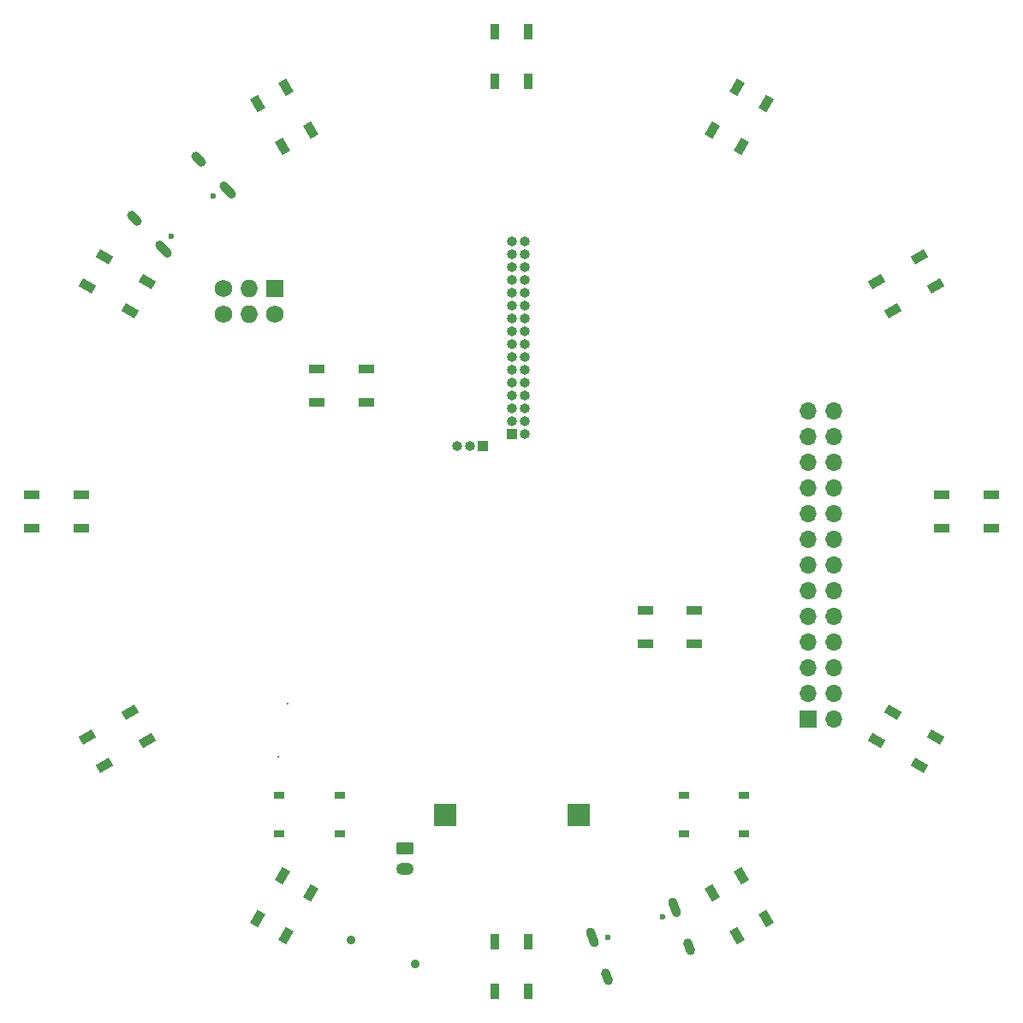
<source format=gbr>
%TF.GenerationSoftware,KiCad,Pcbnew,7.0.3*%
%TF.CreationDate,2023-07-10T12:40:13+02:00*%
%TF.ProjectId,Badge,42616467-652e-46b6-9963-61645f706362,rev?*%
%TF.SameCoordinates,Original*%
%TF.FileFunction,Soldermask,Bot*%
%TF.FilePolarity,Negative*%
%FSLAX46Y46*%
G04 Gerber Fmt 4.6, Leading zero omitted, Abs format (unit mm)*
G04 Created by KiCad (PCBNEW 7.0.3) date 2023-07-10 12:40:13*
%MOMM*%
%LPD*%
G01*
G04 APERTURE LIST*
G04 Aperture macros list*
%AMRoundRect*
0 Rectangle with rounded corners*
0 $1 Rounding radius*
0 $2 $3 $4 $5 $6 $7 $8 $9 X,Y pos of 4 corners*
0 Add a 4 corners polygon primitive as box body*
4,1,4,$2,$3,$4,$5,$6,$7,$8,$9,$2,$3,0*
0 Add four circle primitives for the rounded corners*
1,1,$1+$1,$2,$3*
1,1,$1+$1,$4,$5*
1,1,$1+$1,$6,$7*
1,1,$1+$1,$8,$9*
0 Add four rect primitives between the rounded corners*
20,1,$1+$1,$2,$3,$4,$5,0*
20,1,$1+$1,$4,$5,$6,$7,0*
20,1,$1+$1,$6,$7,$8,$9,0*
20,1,$1+$1,$8,$9,$2,$3,0*%
%AMHorizOval*
0 Thick line with rounded ends*
0 $1 width*
0 $2 $3 position (X,Y) of the first rounded end (center of the circle)*
0 $4 $5 position (X,Y) of the second rounded end (center of the circle)*
0 Add line between two ends*
20,1,$1,$2,$3,$4,$5,0*
0 Add two circle primitives to create the rounded ends*
1,1,$1,$2,$3*
1,1,$1,$4,$5*%
%AMRotRect*
0 Rectangle, with rotation*
0 The origin of the aperture is its center*
0 $1 length*
0 $2 width*
0 $3 Rotation angle, in degrees counterclockwise*
0 Add horizontal line*
21,1,$1,$2,0,0,$3*%
G04 Aperture macros list end*
%ADD10C,0.600000*%
%ADD11HorizOval,0.900000X0.375099X-0.402245X-0.375099X0.402245X0*%
%ADD12HorizOval,0.900000X0.272799X-0.292541X-0.272799X0.292541X0*%
%ADD13O,1.750000X1.200000*%
%ADD14RoundRect,0.250000X-0.625000X0.350000X-0.625000X-0.350000X0.625000X-0.350000X0.625000X0.350000X0*%
%ADD15R,1.000000X1.000000*%
%ADD16O,1.000000X1.000000*%
%ADD17C,0.900000*%
%ADD18C,0.310000*%
%ADD19HorizOval,0.900000X-0.188111X0.516831X0.188111X-0.516831X0*%
%ADD20HorizOval,0.900000X-0.136808X0.375877X0.136808X-0.375877X0*%
%ADD21R,1.700000X1.700000*%
%ADD22O,1.700000X1.700000*%
%ADD23RotRect,1.500000X0.900000X30.000000*%
%ADD24RotRect,1.500000X0.900000X300.000000*%
%ADD25RotRect,1.500000X0.900000X240.000000*%
%ADD26RotRect,1.500000X0.900000X330.000000*%
%ADD27RotRect,1.500000X0.900000X120.000000*%
%ADD28R,2.200000X2.200000*%
%ADD29R,0.900000X1.500000*%
%ADD30R,1.500000X0.900000*%
%ADD31RotRect,1.500000X0.900000X150.000000*%
%ADD32R,1.000000X0.750000*%
%ADD33RotRect,1.500000X0.900000X210.000000*%
%ADD34R,1.727200X1.727200*%
%ADD35C,1.727200*%
%ADD36O,1.727200X1.727200*%
%ADD37RotRect,1.500000X0.900000X60.000000*%
G04 APERTURE END LIST*
D10*
%TO.C,P2*%
X70512510Y-68819488D03*
X66285285Y-72761438D03*
D11*
X71885705Y-68195280D03*
D12*
X69041772Y-65145535D03*
D11*
X65566809Y-74087746D03*
D12*
X62722876Y-71038001D03*
%TD*%
D13*
%TO.C,BT1*%
X89450000Y-135380000D03*
D14*
X89450000Y-133380000D03*
%TD*%
D15*
%TO.C,J5*%
X100000000Y-92400000D03*
D16*
X101270000Y-92400000D03*
X100000000Y-91130000D03*
X101270000Y-91130000D03*
X100000000Y-89860000D03*
X101270000Y-89860000D03*
X100000000Y-88590000D03*
X101270000Y-88590000D03*
X100000000Y-87320000D03*
X101270000Y-87320000D03*
X100000000Y-86050000D03*
X101270000Y-86050000D03*
X100000000Y-84780000D03*
X101270000Y-84780000D03*
X100000000Y-83510000D03*
X101270000Y-83510000D03*
X100000000Y-82240000D03*
X101270000Y-82240000D03*
X100000000Y-80970000D03*
X101270000Y-80970000D03*
X100000000Y-79700000D03*
X101270000Y-79700000D03*
X100000000Y-78430000D03*
X101270000Y-78430000D03*
X100000000Y-77160000D03*
X101270000Y-77160000D03*
X100000000Y-75890000D03*
X101270000Y-75890000D03*
X100000000Y-74620000D03*
X101270000Y-74620000D03*
X100000000Y-73350000D03*
X101270000Y-73350000D03*
%TD*%
D17*
%TO.C,SW9*%
X84105045Y-142437132D03*
X90494955Y-144762868D03*
%TD*%
D18*
%TO.C,A1*%
X76933733Y-124266519D03*
X77828195Y-119056385D03*
%TD*%
D15*
%TO.C,J6*%
X97165000Y-93540000D03*
D16*
X95895000Y-93540000D03*
X94625000Y-93540000D03*
%TD*%
D10*
%TO.C,P1*%
X109489091Y-142103653D03*
X114920514Y-140126776D03*
D19*
X107981161Y-142141689D03*
D20*
X109407385Y-146060207D03*
D19*
X116100105Y-139186635D03*
D20*
X117526329Y-143105153D03*
%TD*%
D21*
%TO.C,J4*%
X129340000Y-120560000D03*
D22*
X131880000Y-120560000D03*
X129340000Y-118020000D03*
X131880000Y-118020000D03*
X129340000Y-115480000D03*
X131880000Y-115480000D03*
X129340000Y-112940000D03*
X131880000Y-112940000D03*
X129340000Y-110400000D03*
X131880000Y-110400000D03*
X129340000Y-107860000D03*
X131880000Y-107860000D03*
X129340000Y-105320000D03*
X131880000Y-105320000D03*
X129340000Y-102780000D03*
X131880000Y-102780000D03*
X129340000Y-100240000D03*
X131880000Y-100240000D03*
X129340000Y-97700000D03*
X131880000Y-97700000D03*
X129340000Y-95160000D03*
X131880000Y-95160000D03*
X129340000Y-92620000D03*
X131880000Y-92620000D03*
X129340000Y-90080000D03*
X131880000Y-90080000D03*
%TD*%
D23*
%TO.C,D5*%
X59703238Y-125153942D03*
X58053238Y-122296058D03*
X62296762Y-119846058D03*
X63946762Y-122703942D03*
%TD*%
D24*
%TO.C,D2*%
X74846058Y-59703238D03*
X77703942Y-58053238D03*
X80153942Y-62296762D03*
X77296058Y-63946762D03*
%TD*%
D25*
%TO.C,D12*%
X122296058Y-58053238D03*
X125153942Y-59703238D03*
X122703942Y-63946762D03*
X119846058Y-62296762D03*
%TD*%
D26*
%TO.C,D3*%
X58053238Y-77703942D03*
X59703238Y-74846058D03*
X63946762Y-77296058D03*
X62296762Y-80153942D03*
%TD*%
D27*
%TO.C,D8*%
X125153942Y-140296762D03*
X122296058Y-141946762D03*
X119846058Y-137703238D03*
X122703942Y-136053238D03*
%TD*%
D28*
%TO.C,BZ1*%
X106600000Y-130000000D03*
X93400000Y-130000000D03*
%TD*%
D29*
%TO.C,D1*%
X98350000Y-52550000D03*
X101650000Y-52550000D03*
X101650000Y-57450000D03*
X98350000Y-57450000D03*
%TD*%
D30*
%TO.C,D13*%
X118090000Y-109780000D03*
X118090000Y-113080000D03*
X113190000Y-113080000D03*
X113190000Y-109780000D03*
%TD*%
D31*
%TO.C,D9*%
X141946762Y-122296058D03*
X140296762Y-125153942D03*
X136053238Y-122703942D03*
X137703238Y-119846058D03*
%TD*%
D32*
%TO.C,SW6*%
X123000000Y-128125000D03*
X117000000Y-128125000D03*
X123000000Y-131875000D03*
X117000000Y-131875000D03*
%TD*%
D30*
%TO.C,D4*%
X52550000Y-101650000D03*
X52550000Y-98350000D03*
X57450000Y-98350000D03*
X57450000Y-101650000D03*
%TD*%
D32*
%TO.C,SW5*%
X83000000Y-128125000D03*
X77000000Y-128125000D03*
X83000000Y-131875000D03*
X77000000Y-131875000D03*
%TD*%
D29*
%TO.C,D7*%
X101650000Y-147450000D03*
X98350000Y-147450000D03*
X98350000Y-142550000D03*
X101650000Y-142550000D03*
%TD*%
D33*
%TO.C,D11*%
X140296762Y-74846058D03*
X141946762Y-77703942D03*
X137703238Y-80153942D03*
X136053238Y-77296058D03*
%TD*%
D34*
%TO.C,X1*%
X76530000Y-77960000D03*
D35*
X76530000Y-80500000D03*
D36*
X73990000Y-77960000D03*
X73990000Y-80500000D03*
D35*
X71450000Y-77960000D03*
X71450000Y-80500000D03*
%TD*%
D30*
%TO.C,D10*%
X147450000Y-98350000D03*
X147450000Y-101650000D03*
X142550000Y-101650000D03*
X142550000Y-98350000D03*
%TD*%
D37*
%TO.C,D6*%
X77703942Y-141946762D03*
X74846058Y-140296762D03*
X77296058Y-136053238D03*
X80153942Y-137703238D03*
%TD*%
D30*
%TO.C,D14*%
X85620000Y-85960000D03*
X85620000Y-89260000D03*
X80720000Y-89260000D03*
X80720000Y-85960000D03*
%TD*%
M02*

</source>
